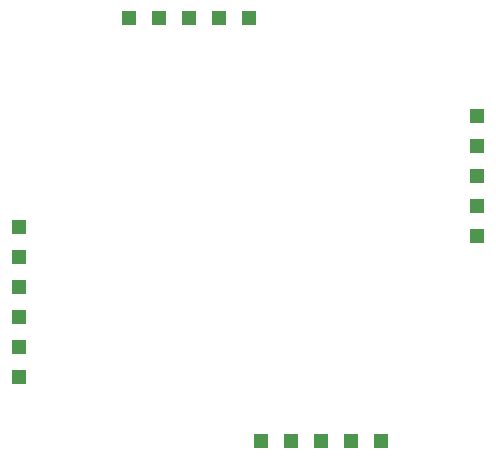
<source format=gbs>
G04 #@! TF.GenerationSoftware,KiCad,Pcbnew,9.0.0*
G04 #@! TF.CreationDate,2025-09-02T11:52:27+03:00*
G04 #@! TF.ProjectId,GSM_Adapter_Board_V1.0,47534d5f-4164-4617-9074-65725f426f61,rev?*
G04 #@! TF.SameCoordinates,Original*
G04 #@! TF.FileFunction,Soldermask,Bot*
G04 #@! TF.FilePolarity,Negative*
%FSLAX46Y46*%
G04 Gerber Fmt 4.6, Leading zero omitted, Abs format (unit mm)*
G04 Created by KiCad (PCBNEW 9.0.0) date 2025-09-02 11:52:27*
%MOMM*%
%LPD*%
G01*
G04 APERTURE LIST*
%ADD10R,1.200000X1.250000*%
%ADD11R,1.250000X1.200000*%
G04 APERTURE END LIST*
D10*
X130980000Y-115225000D03*
X133520000Y-115225000D03*
X136060000Y-115225000D03*
X138600000Y-115225000D03*
X141140000Y-115225000D03*
X129990000Y-79475000D03*
X127450000Y-79475000D03*
X124910000Y-79475000D03*
X122370000Y-79475000D03*
X119830000Y-79475000D03*
D11*
X110545000Y-97170000D03*
X110545000Y-99710000D03*
X110545000Y-102250000D03*
X110545000Y-104790000D03*
X110545000Y-107330000D03*
X110545000Y-109870000D03*
X149305000Y-97900000D03*
X149305000Y-95360000D03*
X149305000Y-92820000D03*
X149305000Y-90280000D03*
X149305000Y-87740000D03*
M02*

</source>
